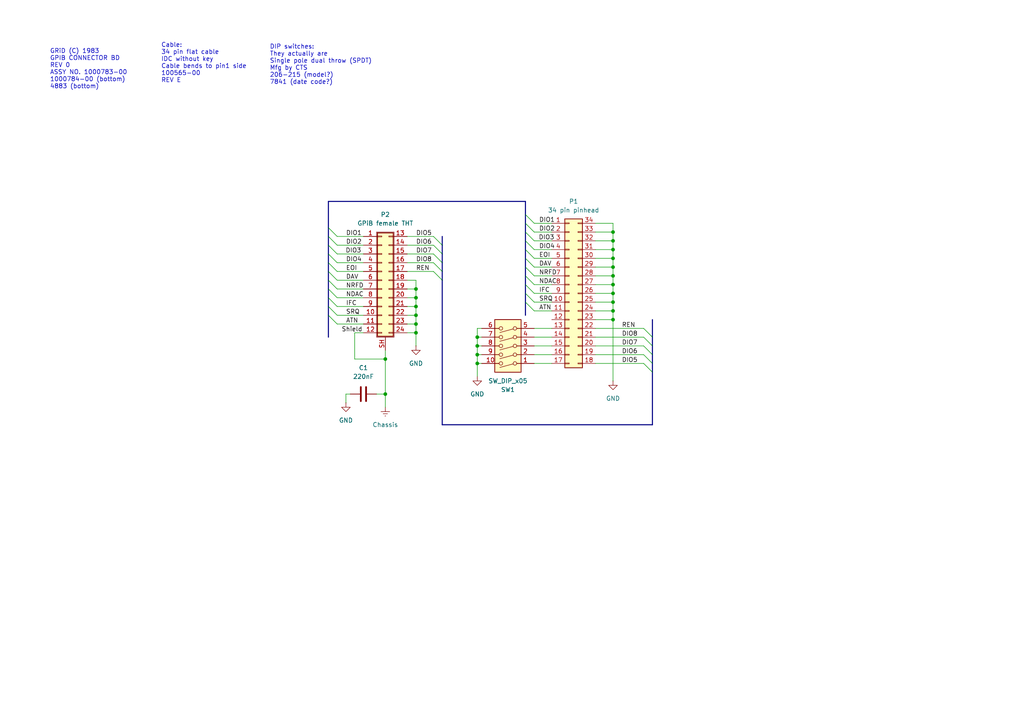
<source format=kicad_sch>
(kicad_sch (version 20231120) (generator "eeschema") (generator_version "8.0")
  (paper "A4")
  (title_block (company "JDat aka YL3AKC"))
  (lib_symbols
    (symbol "Connector_Generic:Conn_02x17_Counter_Clockwise" (pin_names (offset 1.016) hide)
      (property "Reference" "J" (at 1.27 22.86 0))
      (property "Value" "Conn_02x17_Counter_Clockwise" (at 1.27 -22.86 0))
      (symbol "Conn_02x17_Counter_Clockwise_1_1"
        (rectangle (start -1.27 -20.193) (end 0 -20.447) (stroke (width 0.1524)))
        (rectangle (start -1.27 -17.653) (end 0 -17.907) (stroke (width 0.1524)))
        (rectangle (start -1.27 -15.113) (end 0 -15.367) (stroke (width 0.1524)))
        (rectangle (start -1.27 -12.573) (end 0 -12.827) (stroke (width 0.1524)))
        (rectangle (start -1.27 -10.033) (end 0 -10.287) (stroke (width 0.1524)))
        (rectangle (start -1.27 -7.493) (end 0 -7.747) (stroke (width 0.1524)))
        (rectangle (start -1.27 -4.953) (end 0 -5.207) (stroke (width 0.1524)))
        (rectangle (start -1.27 -2.413) (end 0 -2.667) (stroke (width 0.1524)))
        (rectangle (start -1.27 0.127) (end 0 -0.127) (stroke (width 0.1524)))
        (rectangle (start -1.27 2.667) (end 0 2.413) (stroke (width 0.1524)))
        (rectangle (start -1.27 5.207) (end 0 4.953) (stroke (width 0.1524)))
        (rectangle (start -1.27 7.747) (end 0 7.493) (stroke (width 0.1524)))
        (rectangle (start -1.27 10.287) (end 0 10.033) (stroke (width 0.1524)))
        (rectangle (start -1.27 12.827) (end 0 12.573) (stroke (width 0.1524)))
        (rectangle (start -1.27 15.367) (end 0 15.113) (stroke (width 0.1524)))
        (rectangle (start -1.27 17.907) (end 0 17.653) (stroke (width 0.1524)))
        (rectangle (start -1.27 20.447) (end 0 20.193) (stroke (width 0.1524)))
        (rectangle (start -1.27 21.59) (end 3.81 -21.59) (stroke (width 0.254)) (fill (type background)))
        (rectangle (start 3.81 -20.193) (end 2.54 -20.447) (stroke (width 0.1524)))
        (rectangle (start 3.81 -17.653) (end 2.54 -17.907) (stroke (width 0.1524)))
        (rectangle (start 3.81 -15.113) (end 2.54 -15.367) (stroke (width 0.1524)))
        (rectangle (start 3.81 -12.573) (end 2.54 -12.827) (stroke (width 0.1524)))
        (rectangle (start 3.81 -10.033) (end 2.54 -10.287) (stroke (width 0.1524)))
        (rectangle (start 3.81 -7.493) (end 2.54 -7.747) (stroke (width 0.1524)))
        (rectangle (start 3.81 -4.953) (end 2.54 -5.207) (stroke (width 0.1524)))
        (rectangle (start 3.81 -2.413) (end 2.54 -2.667) (stroke (width 0.1524)))
        (rectangle (start 3.81 0.127) (end 2.54 -0.127) (stroke (width 0.1524)))
        (rectangle (start 3.81 2.667) (end 2.54 2.413) (stroke (width 0.1524)))
        (rectangle (start 3.81 5.207) (end 2.54 4.953) (stroke (width 0.1524)))
        (rectangle (start 3.81 7.747) (end 2.54 7.493) (stroke (width 0.1524)))
        (rectangle (start 3.81 10.287) (end 2.54 10.033) (stroke (width 0.1524)))
        (rectangle (start 3.81 12.827) (end 2.54 12.573) (stroke (width 0.1524)))
        (rectangle (start 3.81 15.367) (end 2.54 15.113) (stroke (width 0.1524)))
        (rectangle (start 3.81 17.907) (end 2.54 17.653) (stroke (width 0.1524)))
        (rectangle (start 3.81 20.447) (end 2.54 20.193) (stroke (width 0.1524)))
        (pin passive line (at -5.08 20.32 0) (length 3.81) (name "Pin_1") (number "1"))
        (pin passive line (at -5.08 -2.54 0) (length 3.81) (name "Pin_10") (number "10"))
        (pin passive line (at -5.08 -5.08 0) (length 3.81) (name "Pin_11") (number "11"))
        (pin passive line (at -5.08 -7.62 0) (length 3.81) (name "Pin_12") (number "12"))
        (pin passive line (at -5.08 -10.16 0) (length 3.81) (name "Pin_13") (number "13"))
        (pin passive line (at -5.08 -12.7 0) (length 3.81) (name "Pin_14") (number "14"))
        (pin passive line (at -5.08 -15.24 0) (length 3.81) (name "Pin_15") (number "15"))
        (pin passive line (at -5.08 -17.78 0) (length 3.81) (name "Pin_16") (number "16"))
        (pin passive line (at -5.08 -20.32 0) (length 3.81) (name "Pin_17") (number "17"))
        (pin passive line (at 7.62 -20.32 180) (length 3.81) (name "Pin_18") (number "18"))
        (pin passive line (at 7.62 -17.78 180) (length 3.81) (name "Pin_19") (number "19"))
        (pin passive line (at -5.08 17.78 0) (length 3.81) (name "Pin_2") (number "2"))
        (pin passive line (at 7.62 -15.24 180) (length 3.81) (name "Pin_20") (number "20"))
        (pin passive line (at 7.62 -12.7 180) (length 3.81) (name "Pin_21") (number "21"))
        (pin passive line (at 7.62 -10.16 180) (length 3.81) (name "Pin_22") (number "22"))
        (pin passive line (at 7.62 -7.62 180) (length 3.81) (name "Pin_23") (number "23"))
        (pin passive line (at 7.62 -5.08 180) (length 3.81) (name "Pin_24") (number "24"))
        (pin passive line (at 7.62 -2.54 180) (length 3.81) (name "Pin_25") (number "25"))
        (pin passive line (at 7.62 0 180) (length 3.81) (name "Pin_26") (number "26"))
        (pin passive line (at 7.62 2.54 180) (length 3.81) (name "Pin_27") (number "27"))
        (pin passive line (at 7.62 5.08 180) (length 3.81) (name "Pin_28") (number "28"))
        (pin passive line (at 7.62 7.62 180) (length 3.81) (name "Pin_29") (number "29"))
        (pin passive line (at -5.08 15.24 0) (length 3.81) (name "Pin_3") (number "3"))
        (pin passive line (at 7.62 10.16 180) (length 3.81) (name "Pin_30") (number "30"))
        (pin passive line (at 7.62 12.7 180) (length 3.81) (name "Pin_31") (number "31"))
        (pin passive line (at 7.62 15.24 180) (length 3.81) (name "Pin_32") (number "32"))
        (pin passive line (at 7.62 17.78 180) (length 3.81) (name "Pin_33") (number "33"))
        (pin passive line (at 7.62 20.32 180) (length 3.81) (name "Pin_34") (number "34"))
        (pin passive line (at -5.08 12.7 0) (length 3.81) (name "Pin_4") (number "4"))
        (pin passive line (at -5.08 10.16 0) (length 3.81) (name "Pin_5") (number "5"))
        (pin passive line (at -5.08 7.62 0) (length 3.81) (name "Pin_6") (number "6"))
        (pin passive line (at -5.08 5.08 0) (length 3.81) (name "Pin_7") (number "7"))
        (pin passive line (at -5.08 2.54 0) (length 3.81) (name "Pin_8") (number "8"))
        (pin passive line (at -5.08 0 0) (length 3.81) (name "Pin_9") (number "9"))
      )
    )
    (symbol "Connector_Generic_Shielded:Conn_02x12_Top_Bottom_Shielded" (pin_names (offset 1.016) hide)
      (property "Reference" "J" (at 1.524 14.986 0))
      (property "Value" "Conn_02x12_Top_Bottom_Shielded" (at 2.286 -17.526 0))
      (symbol "Conn_02x12_Top_Bottom_Shielded_1_1"
        (rectangle (start -1.27 13.97) (end 3.81 -16.51) (stroke (width 0.1524)))
        (rectangle (start -1.016 -15.113) (end 0.254 -15.367) (stroke (width 0.1524)))
        (rectangle (start -1.016 -12.573) (end 0.254 -12.827) (stroke (width 0.1524)))
        (rectangle (start -1.016 -10.033) (end 0.254 -10.287) (stroke (width 0.1524)))
        (rectangle (start -1.016 -7.493) (end 0.254 -7.747) (stroke (width 0.1524)))
        (rectangle (start -1.016 -4.953) (end 0.254 -5.207) (stroke (width 0.1524)))
        (rectangle (start -1.016 -2.413) (end 0.254 -2.667) (stroke (width 0.1524)))
        (rectangle (start -1.016 0.127) (end 0.254 -0.127) (stroke (width 0.1524)))
        (rectangle (start -1.016 2.667) (end 0.254 2.413) (stroke (width 0.1524)))
        (rectangle (start -1.016 5.207) (end 0.254 4.953) (stroke (width 0.1524)))
        (rectangle (start -1.016 7.747) (end 0.254 7.493) (stroke (width 0.1524)))
        (rectangle (start -1.016 10.287) (end 0.254 10.033) (stroke (width 0.1524)))
        (rectangle (start -1.016 12.827) (end 0.254 12.573) (stroke (width 0.1524)))
        (rectangle (start -1.016 13.716) (end 3.556 -16.256) (stroke (width 0.254)) (fill (type background)))
        (rectangle (start 3.556 -15.113) (end 2.286 -15.367) (stroke (width 0.1524)))
        (rectangle (start 3.556 -12.573) (end 2.286 -12.827) (stroke (width 0.1524)))
        (rectangle (start 3.556 -10.033) (end 2.286 -10.287) (stroke (width 0.1524)))
        (rectangle (start 3.556 -7.493) (end 2.286 -7.747) (stroke (width 0.1524)))
        (rectangle (start 3.556 -4.953) (end 2.286 -5.207) (stroke (width 0.1524)))
        (rectangle (start 3.556 -2.413) (end 2.286 -2.667) (stroke (width 0.1524)))
        (rectangle (start 3.556 0.127) (end 2.286 -0.127) (stroke (width 0.1524)))
        (rectangle (start 3.556 2.667) (end 2.286 2.413) (stroke (width 0.1524)))
        (rectangle (start 3.556 5.207) (end 2.286 4.953) (stroke (width 0.1524)))
        (rectangle (start 3.556 7.747) (end 2.286 7.493) (stroke (width 0.1524)))
        (rectangle (start 3.556 10.287) (end 2.286 10.033) (stroke (width 0.1524)))
        (rectangle (start 3.556 12.827) (end 2.286 12.573) (stroke (width 0.1524)))
        (pin passive line (at -5.08 12.7 0) (length 4.064) (name "Pin_1") (number "1"))
        (pin passive line (at -5.08 -10.16 0) (length 4.064) (name "Pin_10") (number "10"))
        (pin passive line (at -5.08 -12.7 0) (length 4.064) (name "Pin_11") (number "11"))
        (pin passive line (at -5.08 -15.24 0) (length 4.064) (name "Pin_12") (number "12"))
        (pin passive line (at 7.62 12.7 180) (length 4.064) (name "Pin_13") (number "13"))
        (pin passive line (at 7.62 10.16 180) (length 4.064) (name "Pin_14") (number "14"))
        (pin passive line (at 7.62 7.62 180) (length 4.064) (name "Pin_15") (number "15"))
        (pin passive line (at 7.62 5.08 180) (length 4.064) (name "Pin_16") (number "16"))
        (pin passive line (at 7.62 2.54 180) (length 4.064) (name "Pin_17") (number "17"))
        (pin passive line (at 7.62 0 180) (length 4.064) (name "Pin_18") (number "18"))
        (pin passive line (at 7.62 -2.54 180) (length 4.064) (name "Pin_19") (number "19"))
        (pin passive line (at -5.08 10.16 0) (length 4.064) (name "Pin_2") (number "2"))
        (pin passive line (at 7.62 -5.08 180) (length 4.064) (name "Pin_20") (number "20"))
        (pin passive line (at 7.62 -7.62 180) (length 4.064) (name "Pin_21") (number "21"))
        (pin passive line (at 7.62 -10.16 180) (length 4.064) (name "Pin_22") (number "22"))
        (pin passive line (at 7.62 -12.7 180) (length 4.064) (name "Pin_23") (number "23"))
        (pin passive line (at 7.62 -15.24 180) (length 4.064) (name "Pin_24") (number "24"))
        (pin passive line (at -5.08 7.62 0) (length 4.064) (name "Pin_3") (number "3"))
        (pin passive line (at -5.08 5.08 0) (length 4.064) (name "Pin_4") (number "4"))
        (pin passive line (at -5.08 2.54 0) (length 4.064) (name "Pin_5") (number "5"))
        (pin passive line (at -5.08 0 0) (length 4.064) (name "Pin_6") (number "6"))
        (pin passive line (at -5.08 -2.54 0) (length 4.064) (name "Pin_7") (number "7"))
        (pin passive line (at -5.08 -5.08 0) (length 4.064) (name "Pin_8") (number "8"))
        (pin passive line (at -5.08 -7.62 0) (length 4.064) (name "Pin_9") (number "9"))
        (pin passive line (at 1.27 -20.32 90) (length 3.81) (name "Shield") (number "SH"))
      )
    )
    (symbol "Device:C" (pin_numbers hide) (pin_names (offset 0.254))
      (property "Reference" "C" (at 0.635 2.54 0))
      (property "Value" "C" (at 0.635 -2.54 0))
      (symbol "C_0_1"
        (polyline (pts (xy -2.032 -0.762) (xy 2.032 -0.762)) (stroke (width 0.508)))
        (polyline (pts (xy -2.032 0.762) (xy 2.032 0.762)) (stroke (width 0.508)))
      )
      (symbol "C_1_1"
        (pin passive line (at 0 3.81 270) (length 2.794) (name "~") (number "1"))
        (pin passive line (at 0 -3.81 90) (length 2.794) (name "~") (number "2"))
      )
    )
    (symbol "Switch:SW_DIP_x05" (pin_names (offset 0) hide)
      (property "Reference" "SW" (at 0 8.89 0))
      (property "Value" "SW_DIP_x05" (at 0 -8.89 0))
      (symbol "SW_DIP_x05_0_0"
        (circle (center -2.032 -5.08) (radius 0.508))
        (circle (center -2.032 -2.54) (radius 0.508))
        (circle (center -2.032 0) (radius 0.508))
        (circle (center -2.032 2.54) (radius 0.508))
        (circle (center -2.032 5.08) (radius 0.508))
        (polyline (pts (xy -1.524 -4.9276) (xy 2.3622 -3.8862)))
        (polyline (pts (xy -1.524 -2.3876) (xy 2.3622 -1.3462)))
        (polyline (pts (xy -1.524 0.127) (xy 2.3622 1.1684)))
        (polyline (pts (xy -1.524 2.667) (xy 2.3622 3.7084)))
        (polyline (pts (xy -1.524 5.207) (xy 2.3622 6.2484)))
        (circle (center 2.032 -5.08) (radius 0.508))
        (circle (center 2.032 -2.54) (radius 0.508))
        (circle (center 2.032 0) (radius 0.508))
        (circle (center 2.032 2.54) (radius 0.508))
        (circle (center 2.032 5.08) (radius 0.508))
      )
      (symbol "SW_DIP_x05_0_1"
        (rectangle (start -3.81 7.62) (end 3.81 -7.62) (stroke (width 0.254)) (fill (type background)))
      )
      (symbol "SW_DIP_x05_1_1"
        (pin passive line (at -7.62 5.08 0) (length 5.08) (name "~") (number "1"))
        (pin passive line (at 7.62 5.08 180) (length 5.08) (name "~") (number "10"))
        (pin passive line (at -7.62 2.54 0) (length 5.08) (name "~") (number "2"))
        (pin passive line (at -7.62 0 0) (length 5.08) (name "~") (number "3"))
        (pin passive line (at -7.62 -2.54 0) (length 5.08) (name "~") (number "4"))
        (pin passive line (at -7.62 -5.08 0) (length 5.08) (name "~") (number "5"))
        (pin passive line (at 7.62 -5.08 180) (length 5.08) (name "~") (number "6"))
        (pin passive line (at 7.62 -2.54 180) (length 5.08) (name "~") (number "7"))
        (pin passive line (at 7.62 0 180) (length 5.08) (name "~") (number "8"))
        (pin passive line (at 7.62 2.54 180) (length 5.08) (name "~") (number "9"))
      )
    )
    (symbol "power:Earth" (power) (pin_numbers hide) (pin_names (offset 0) hide)
      (property "Value" "Earth" (at 0 -3.81 0))
      (symbol "Earth_0_1"
        (polyline (pts (xy -0.635 -1.905) (xy 0.635 -1.905)))
        (polyline (pts (xy -0.127 -2.54) (xy 0.127 -2.54)))
        (polyline (pts (xy 0 -1.27) (xy 0 0)))
        (polyline (pts (xy 1.27 -1.27) (xy -1.27 -1.27)))
      )
      (symbol "Earth_1_1"
        (pin power_in line (at 0 0 270) (length 0) (name "~") (number "1"))
      )
    )
    (symbol "power:GND" (power) (pin_numbers hide) (pin_names (offset 0) hide)
      (property "Value" "GND" (at 0 -3.81 0))
      (symbol "GND_0_1"
        (polyline (pts (xy 0 0) (xy 0 -1.27) (xy 1.27 -1.27) (xy 0 -2.54) (xy -1.27 -1.27) (xy 0 -1.27)))
      )
      (symbol "GND_1_1"
        (pin power_in line (at 0 0 270) (length 0) (name "~") (number "1"))
      )
    )
  )
  (junction (at 120.65 96.52))
  (junction (at 177.8 82.55))
  (junction (at 120.65 93.98))
  (junction (at 177.8 74.93))
  (junction (at 120.65 83.82))
  (junction (at 138.43 105.41))
  (junction (at 177.8 77.47))
  (junction (at 177.8 80.01))
  (junction (at 177.8 85.09))
  (junction (at 177.8 69.85))
  (junction (at 111.76 114.3))
  (junction (at 120.65 88.9))
  (junction (at 177.8 72.39))
  (junction (at 177.8 87.63))
  (junction (at 111.76 104.14))
  (junction (at 120.65 91.44))
  (junction (at 138.43 102.87))
  (junction (at 177.8 67.31))
  (junction (at 177.8 90.17))
  (junction (at 138.43 97.79))
  (junction (at 177.8 92.71))
  (junction (at 120.65 86.36))
  (junction (at 138.43 100.33))
  (bus_entry (at 152.4 64.77) (size 2.54 2.54))
  (bus_entry (at 95.25 86.36) (size 2.54 2.54))
  (bus_entry (at 186.69 102.87) (size 2.54 2.54))
  (bus_entry (at 186.69 105.41) (size 2.54 2.54))
  (bus_entry (at 95.25 66.04) (size 2.54 2.54))
  (bus_entry (at 95.25 91.44) (size 2.54 2.54))
  (bus_entry (at 95.25 78.74) (size 2.54 2.54))
  (bus_entry (at 152.4 77.47) (size 2.54 2.54))
  (bus_entry (at 152.4 69.85) (size 2.54 2.54))
  (bus_entry (at 125.73 68.58) (size 2.54 2.54))
  (bus_entry (at 125.73 76.2) (size 2.54 2.54))
  (bus_entry (at 95.25 73.66) (size 2.54 2.54))
  (bus_entry (at 186.69 95.25) (size 2.54 2.54))
  (bus_entry (at 125.73 78.74) (size 2.54 2.54))
  (bus_entry (at 152.4 74.93) (size 2.54 2.54))
  (bus_entry (at 95.25 83.82) (size 2.54 2.54))
  (bus_entry (at 152.4 80.01) (size 2.54 2.54))
  (bus_entry (at 152.4 85.09) (size 2.54 2.54))
  (bus_entry (at 95.25 81.28) (size 2.54 2.54))
  (bus_entry (at 95.25 71.12) (size 2.54 2.54))
  (bus_entry (at 95.25 68.58) (size 2.54 2.54))
  (bus_entry (at 95.25 88.9) (size 2.54 2.54))
  (bus_entry (at 152.4 62.23) (size 2.54 2.54))
  (bus_entry (at 186.69 97.79) (size 2.54 2.54))
  (bus_entry (at 152.4 87.63) (size 2.54 2.54))
  (bus_entry (at 152.4 82.55) (size 2.54 2.54))
  (bus_entry (at 125.73 71.12) (size 2.54 2.54))
  (bus_entry (at 152.4 72.39) (size 2.54 2.54))
  (bus_entry (at 186.69 100.33) (size 2.54 2.54))
  (bus_entry (at 152.4 67.31) (size 2.54 2.54))
  (bus_entry (at 95.25 76.2) (size 2.54 2.54))
  (bus_entry (at 125.73 73.66) (size 2.54 2.54))
  (bus (pts (xy 152.4 69.85) (xy 152.4 67.31)))
  (bus (pts (xy 95.25 81.28) (xy 95.25 83.82)))
  (bus (pts (xy 152.4 77.47) (xy 152.4 74.93)))
  (wire (pts (xy 97.79 78.74) (xy 105.41 78.74)))
  (bus (pts (xy 128.27 78.74) (xy 128.27 81.28)))
  (wire (pts (xy 172.72 67.31) (xy 177.8 67.31)))
  (wire (pts (xy 172.72 97.79) (xy 186.69 97.79)))
  (bus (pts (xy 95.25 68.58) (xy 95.25 71.12)))
  (wire (pts (xy 97.79 73.66) (xy 105.41 73.66)))
  (wire (pts (xy 118.11 96.52) (xy 120.65 96.52)))
  (wire (pts (xy 118.11 68.58) (xy 125.73 68.58)))
  (wire (pts (xy 177.8 77.47) (xy 177.8 80.01)))
  (wire (pts (xy 154.94 74.93) (xy 160.02 74.93)))
  (wire (pts (xy 177.8 92.71) (xy 177.8 110.49)))
  (wire (pts (xy 154.94 87.63) (xy 160.02 87.63)))
  (bus (pts (xy 128.27 73.66) (xy 128.27 76.2)))
  (wire (pts (xy 154.94 69.85) (xy 160.02 69.85)))
  (wire (pts (xy 172.72 72.39) (xy 177.8 72.39)))
  (wire (pts (xy 111.76 104.14) (xy 111.76 114.3)))
  (bus (pts (xy 95.25 66.04) (xy 95.25 68.58)))
  (wire (pts (xy 138.43 105.41) (xy 138.43 109.22)))
  (wire (pts (xy 118.11 81.28) (xy 120.65 81.28)))
  (bus (pts (xy 152.4 82.55) (xy 152.4 80.01)))
  (wire (pts (xy 154.94 64.77) (xy 160.02 64.77)))
  (wire (pts (xy 120.65 93.98) (xy 120.65 96.52)))
  (wire (pts (xy 102.87 104.14) (xy 111.76 104.14)))
  (wire (pts (xy 97.79 86.36) (xy 105.41 86.36)))
  (wire (pts (xy 111.76 101.6) (xy 111.76 104.14)))
  (wire (pts (xy 172.72 69.85) (xy 177.8 69.85)))
  (wire (pts (xy 97.79 88.9) (xy 105.41 88.9)))
  (wire (pts (xy 154.94 95.25) (xy 160.02 95.25)))
  (wire (pts (xy 177.8 74.93) (xy 177.8 77.47)))
  (wire (pts (xy 102.87 96.52) (xy 102.87 104.14)))
  (wire (pts (xy 177.8 90.17) (xy 177.8 92.71)))
  (bus (pts (xy 152.4 85.09) (xy 152.4 82.55)))
  (bus (pts (xy 95.25 86.36) (xy 95.25 88.9)))
  (wire (pts (xy 120.65 83.82) (xy 120.65 86.36)))
  (wire (pts (xy 177.8 85.09) (xy 177.8 87.63)))
  (bus (pts (xy 95.25 58.42) (xy 152.4 58.42)))
  (wire (pts (xy 120.65 88.9) (xy 120.65 91.44)))
  (wire (pts (xy 97.79 91.44) (xy 105.41 91.44)))
  (wire (pts (xy 177.8 82.55) (xy 177.8 85.09)))
  (bus (pts (xy 189.23 100.33) (xy 189.23 102.87)))
  (bus (pts (xy 95.25 76.2) (xy 95.25 78.74)))
  (bus (pts (xy 189.23 107.95) (xy 189.23 123.19)))
  (wire (pts (xy 118.11 71.12) (xy 125.73 71.12)))
  (wire (pts (xy 97.79 71.12) (xy 105.41 71.12)))
  (wire (pts (xy 154.94 105.41) (xy 160.02 105.41)))
  (wire (pts (xy 101.6 114.3) (xy 100.33 114.3)))
  (wire (pts (xy 118.11 78.74) (xy 125.73 78.74)))
  (bus (pts (xy 189.23 102.87) (xy 189.23 105.41)))
  (wire (pts (xy 120.65 96.52) (xy 120.65 100.33)))
  (bus (pts (xy 95.25 71.12) (xy 95.25 73.66)))
  (wire (pts (xy 154.94 85.09) (xy 160.02 85.09)))
  (bus (pts (xy 95.25 88.9) (xy 95.25 91.44)))
  (wire (pts (xy 138.43 97.79) (xy 138.43 100.33)))
  (wire (pts (xy 118.11 91.44) (xy 120.65 91.44)))
  (bus (pts (xy 95.25 83.82) (xy 95.25 86.36)))
  (wire (pts (xy 177.8 67.31) (xy 177.8 69.85)))
  (wire (pts (xy 172.72 87.63) (xy 177.8 87.63)))
  (wire (pts (xy 172.72 80.01) (xy 177.8 80.01)))
  (bus (pts (xy 152.4 91.44) (xy 152.4 87.63)))
  (wire (pts (xy 177.8 87.63) (xy 177.8 90.17)))
  (bus (pts (xy 152.4 64.77) (xy 152.4 62.23)))
  (wire (pts (xy 172.72 74.93) (xy 177.8 74.93)))
  (wire (pts (xy 97.79 81.28) (xy 105.41 81.28)))
  (bus (pts (xy 189.23 92.71) (xy 189.23 97.79)))
  (bus (pts (xy 95.25 91.44) (xy 95.25 97.79)))
  (wire (pts (xy 139.7 102.87) (xy 138.43 102.87)))
  (bus (pts (xy 95.25 78.74) (xy 95.25 81.28)))
  (wire (pts (xy 97.79 68.58) (xy 105.41 68.58)))
  (bus (pts (xy 152.4 72.39) (xy 152.4 69.85)))
  (wire (pts (xy 177.8 72.39) (xy 177.8 74.93)))
  (wire (pts (xy 138.43 95.25) (xy 138.43 97.79)))
  (wire (pts (xy 109.22 114.3) (xy 111.76 114.3)))
  (wire (pts (xy 154.94 82.55) (xy 160.02 82.55)))
  (bus (pts (xy 152.4 74.93) (xy 152.4 72.39)))
  (bus (pts (xy 152.4 87.63) (xy 152.4 85.09)))
  (wire (pts (xy 154.94 100.33) (xy 160.02 100.33)))
  (wire (pts (xy 138.43 100.33) (xy 138.43 102.87)))
  (wire (pts (xy 172.72 100.33) (xy 186.69 100.33)))
  (wire (pts (xy 120.65 86.36) (xy 120.65 88.9)))
  (wire (pts (xy 97.79 76.2) (xy 105.41 76.2)))
  (wire (pts (xy 139.7 105.41) (xy 138.43 105.41)))
  (bus (pts (xy 95.25 58.42) (xy 95.25 66.04)))
  (wire (pts (xy 118.11 83.82) (xy 120.65 83.82)))
  (wire (pts (xy 138.43 102.87) (xy 138.43 105.41)))
  (wire (pts (xy 118.11 76.2) (xy 125.73 76.2)))
  (bus (pts (xy 152.4 80.01) (xy 152.4 77.47)))
  (wire (pts (xy 120.65 91.44) (xy 120.65 93.98)))
  (wire (pts (xy 100.33 114.3) (xy 100.33 116.84)))
  (bus (pts (xy 128.27 68.58) (xy 128.27 71.12)))
  (bus (pts (xy 128.27 123.19) (xy 189.23 123.19)))
  (wire (pts (xy 154.94 90.17) (xy 160.02 90.17)))
  (wire (pts (xy 154.94 80.01) (xy 160.02 80.01)))
  (wire (pts (xy 154.94 72.39) (xy 160.02 72.39)))
  (wire (pts (xy 172.72 102.87) (xy 186.69 102.87)))
  (wire (pts (xy 154.94 97.79) (xy 160.02 97.79)))
  (bus (pts (xy 128.27 76.2) (xy 128.27 78.74)))
  (wire (pts (xy 139.7 97.79) (xy 138.43 97.79)))
  (wire (pts (xy 172.72 105.41) (xy 186.69 105.41)))
  (wire (pts (xy 97.79 93.98) (xy 105.41 93.98)))
  (wire (pts (xy 172.72 90.17) (xy 177.8 90.17)))
  (wire (pts (xy 154.94 77.47) (xy 160.02 77.47)))
  (wire (pts (xy 177.8 69.85) (xy 177.8 72.39)))
  (wire (pts (xy 172.72 95.25) (xy 186.69 95.25)))
  (wire (pts (xy 154.94 67.31) (xy 160.02 67.31)))
  (wire (pts (xy 111.76 114.3) (xy 111.76 118.11)))
  (bus (pts (xy 152.4 67.31) (xy 152.4 64.77)))
  (wire (pts (xy 118.11 93.98) (xy 120.65 93.98)))
  (wire (pts (xy 105.41 96.52) (xy 102.87 96.52)))
  (bus (pts (xy 152.4 62.23) (xy 152.4 58.42)))
  (wire (pts (xy 97.79 83.82) (xy 105.41 83.82)))
  (wire (pts (xy 120.65 81.28) (xy 120.65 83.82)))
  (wire (pts (xy 172.72 92.71) (xy 177.8 92.71)))
  (wire (pts (xy 139.7 100.33) (xy 138.43 100.33)))
  (wire (pts (xy 118.11 86.36) (xy 120.65 86.36)))
  (wire (pts (xy 172.72 82.55) (xy 177.8 82.55)))
  (wire (pts (xy 172.72 64.77) (xy 177.8 64.77)))
  (wire (pts (xy 118.11 73.66) (xy 125.73 73.66)))
  (wire (pts (xy 177.8 64.77) (xy 177.8 67.31)))
  (wire (pts (xy 177.8 80.01) (xy 177.8 82.55)))
  (wire (pts (xy 139.7 95.25) (xy 138.43 95.25)))
  (wire (pts (xy 172.72 85.09) (xy 177.8 85.09)))
  (wire (pts (xy 118.11 88.9) (xy 120.65 88.9)))
  (bus (pts (xy 128.27 123.19) (xy 128.27 81.28)))
  (bus (pts (xy 95.25 73.66) (xy 95.25 76.2)))
  (bus (pts (xy 128.27 71.12) (xy 128.27 73.66)))
  (bus (pts (xy 189.23 105.41) (xy 189.23 107.95)))
  (wire (pts (xy 172.72 77.47) (xy 177.8 77.47)))
  (wire (pts (xy 154.94 102.87) (xy 160.02 102.87)))
  (bus (pts (xy 189.23 97.79) (xy 189.23 100.33)))
  (text "Cable:\n34 pin flat cable\nIDC without key\nCable bends to pin1 side\n100565-00\nREV E\n" (at 46.736 18.288 0) (effects (font (size 1.27 1.27)) (justify left)))
  (text "DIP switches:\nThey actually are\nSingle pole dual throw (SPDT)\nMfg by CTS\n206-215 (model?)\n7841 (date code?)" (at 78.232 18.796 0) (effects (font (size 1.27 1.27)) (justify left)))
  (text "GRiD (C) 1983\nGPIB CONNECTOR BD\nREV 0\nASSY NO. 1000783-00\n1000784-00 (bottom)\n4883 (bottom)" (at 14.478 20.066 0) (effects (font (size 1.27 1.27)) (justify left)))
  (label "SRQ" (at 156.3379 87.63 0))
  (label "IFC" (at 100.33 88.9 0))
  (label "DAV" (at 100.33 81.28 0))
  (label "DIO5" (at 180.34 105.41 0))
  (label "Shield" (at 99.06 96.52 0))
  (label "DIO3" (at 100.2021 73.66 0))
  (label "DIO6" (at 120.65 71.12 0))
  (label "DIO8" (at 120.65 76.2 0))
  (label "DIO2" (at 100.33 71.12 0))
  (label "EOI" (at 100.33 78.74 0))
  (label "DIO7" (at 120.65 73.66 0))
  (label "REN" (at 120.65 78.74 0))
  (label "EOI" (at 156.3379 74.93 0))
  (label "NDAC" (at 156.3379 82.55 0))
  (label "DIO1" (at 156.3379 64.77 0))
  (label "NRFD" (at 100.33 83.82 0))
  (label "REN" (at 180.34 95.25 0))
  (label "DIO4" (at 156.3379 72.39 0))
  (label "ATN" (at 100.33 93.98 0))
  (label "DIO6" (at 180.34 102.87 0))
  (label "NDAC" (at 100.33 86.36 0))
  (label "DIO8" (at 180.34 97.79 0))
  (label "DIO3" (at 156.21 69.85 0))
  (label "DAV" (at 156.3379 77.47 0))
  (label "IFC" (at 156.3379 85.09 0))
  (label "DIO2" (at 156.3379 67.31 0))
  (label "DIO5" (at 120.65 68.58 0))
  (label "DIO4" (at 100.33 76.2 0))
  (label "SRQ" (at 100.33 91.44 0))
  (label "DIO1" (at 100.33 68.58 0))
  (label "ATN" (at 156.3379 90.17 0))
  (label "NRFD" (at 156.3379 80.01 0))
  (label "DIO7" (at 180.34 100.33 0))
  (symbol (lib_id "Switch:SW_DIP_x05") (at 147.32 100.33 180) (unit 1)
    (property "Reference" "SW1" (at 147.32 113.03 0))
    (property "Value" "SW_DIP_x05" (at 147.32 110.49 0))
    (property "Description" "5x DIP Switch, Single Pole Single Throw (SPST) switch, small symbol" (effects (hide yes)))
  )
  (symbol (lib_id "Connector_Generic:Conn_02x17_Counter_Clockwise") (at 165.1 85.09 0) (unit 1)
    (property "Reference" "P1" (at 166.37 58.42 0))
    (property "Value" "34 pin pinhead" (at 166.37 60.96 0))
    (property "Description" "Generic connector, double row, 02x17, counter clockwise pin numbering scheme (similar to DIP package numbering), script generated (kicad-library-utils/schlib/autogen/connector/)" (effects (hide yes)))
  )
  (symbol (lib_id "power:GND") (at 138.43 109.22 0) (unit 1)
    (property "Reference" "#PWR013" (effects (hide yes)))
    (property "Value" "GND" (at 138.43 114.3 0))
    (property "Description" "Power symbol creates a global label with name \"GND\" , ground" (effects (hide yes)))
  )
  (symbol (lib_id "power:Earth") (at 111.76 118.11 0) (unit 1)
    (property "Reference" "#PWR012" (effects (hide yes)))
    (property "Value" "Chassis" (at 111.76 123.19 0))
    (property "Description" "Power symbol creates a global label with name \"Earth\"" (effects (hide yes)))
  )
  (symbol (lib_id "power:GND") (at 120.65 100.33 0) (unit 1)
    (property "Reference" "#PWR015" (effects (hide yes)))
    (property "Value" "GND" (at 120.65 105.41 0))
    (property "Description" "Power symbol creates a global label with name \"GND\" , ground" (effects (hide yes)))
  )
  (symbol (lib_id "Connector_Generic_Shielded:Conn_02x12_Top_Bottom_Shielded") (at 110.49 81.28 0) (unit 1)
    (property "Reference" "P2" (at 111.76 62.23 0))
    (property "Value" "GPiB female THT" (at 111.76 64.77 0))
    (property "Description" "Generic shielded connector, double row, 02x12, top/bottom pin numbering scheme (row 1: 1...pins_per_row, row2: pins_per_row+1 ... num_pins), script generated (kicad-library-utils/schlib/autogen/connector/)" (effects (hide yes)))
  )
  (symbol (lib_id "Device:C") (at 105.41 114.3 90) (unit 1)
    (property "Reference" "C1" (at 105.41 106.68 90))
    (property "Value" "220nF" (at 105.41 109.22 90))
    (property "Footprint" "Capacitor_THT:C_Rect_L10.0mm_W2.5mm_P7.50mm_MKS4" (effects (hide yes)))
    (property "Description" "MCI; 224M; 100V" (effects (hide yes)))
    (property "Voltage" "100V" (effects (hide yes)))
  )
  (symbol (lib_id "power:GND") (at 177.8 110.49 0) (unit 1)
    (property "Reference" "#PWR014" (effects (hide yes)))
    (property "Value" "GND" (at 177.8 115.57 0))
    (property "Description" "Power symbol creates a global label with name \"GND\" , ground" (effects (hide yes)))
  )
  (symbol (lib_id "power:GND") (at 100.33 116.84 0) (unit 1)
    (property "Reference" "#PWR016" (effects (hide yes)))
    (property "Value" "GND" (at 100.33 121.92 0))
    (property "Description" "Power symbol creates a global label with name \"GND\" , ground" (effects (hide yes)))
  )
)
</source>
